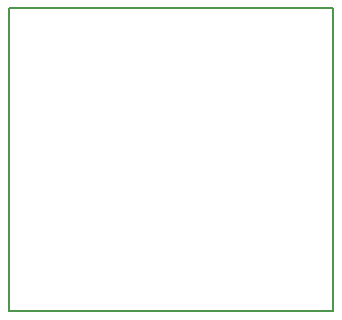
<source format=gbr>
%TF.GenerationSoftware,KiCad,Pcbnew,(6.0.10-0)*%
%TF.CreationDate,2023-02-01T12:14:52-08:00*%
%TF.ProjectId,DRF1268T,44524631-3236-4385-942e-6b696361645f,rev?*%
%TF.SameCoordinates,Original*%
%TF.FileFunction,Profile,NP*%
%FSLAX46Y46*%
G04 Gerber Fmt 4.6, Leading zero omitted, Abs format (unit mm)*
G04 Created by KiCad (PCBNEW (6.0.10-0)) date 2023-02-01 12:14:52*
%MOMM*%
%LPD*%
G01*
G04 APERTURE LIST*
%TA.AperFunction,Profile*%
%ADD10C,0.200000*%
%TD*%
G04 APERTURE END LIST*
D10*
X142748000Y-96266000D02*
X142748000Y-121920000D01*
X142748000Y-96266000D02*
X170180000Y-96266000D01*
X170180000Y-121920000D02*
X142748000Y-121920000D01*
X170180000Y-96266000D02*
X170180000Y-121920000D01*
M02*

</source>
